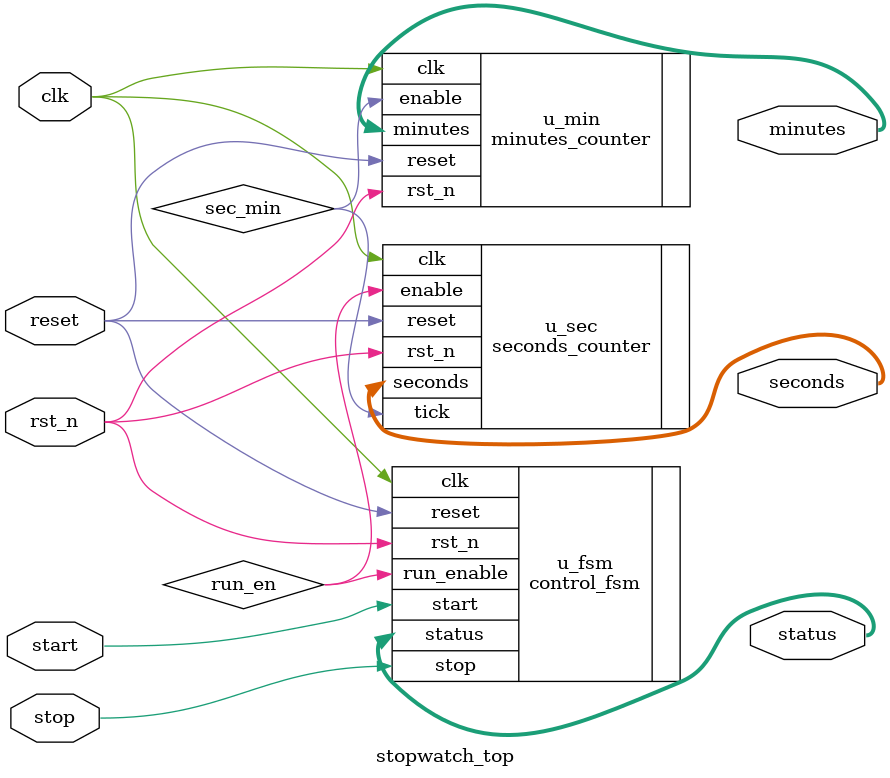
<source format=v>
module stopwatch_top (
	input wire clk,
	input wire rst_n,
	input wire start,
	input wire stop,
	input wire reset,
	output wire [7:0] minutes,
	output wire [5:0] seconds,
	output wire [1:0] status
);

	wire run_en;
	wire sec_min;

	control_fsm u_fsm (
		.clk	(clk),
		.rst_n	(rst_n),
		.start	(start),
		.stop	(stop),
		.reset	(reset),
        	.run_enable (run_en),
        	.status     (status)
	);

	seconds_counter u_sec (
        	.clk     (clk),
        	.rst_n   (rst_n),
        	.enable  (run_en),
        	.reset   (reset),
        	.seconds (seconds),
        	.tick    (sec_min)
	);

	minutes_counter u_min (
        	.clk     (clk),
        	.rst_n   (rst_n),
        	.enable  (sec_min),
        	.reset   (reset),
        	.minutes (minutes)
	);

endmodule

</source>
